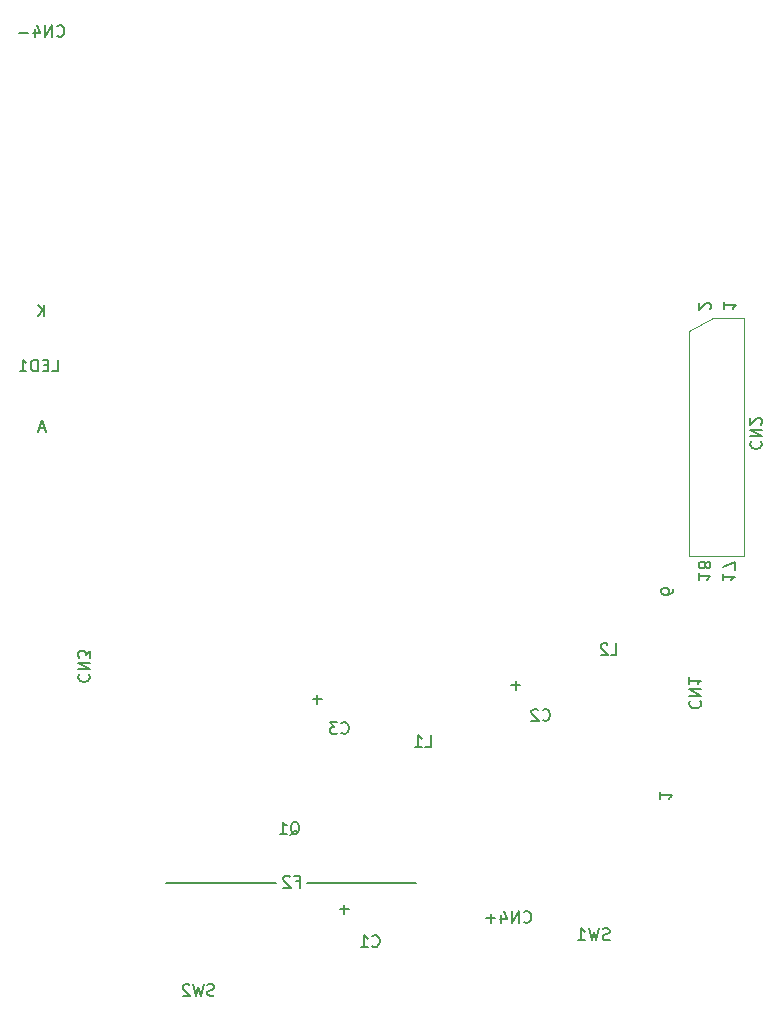
<source format=gbr>
%TF.GenerationSoftware,KiCad,Pcbnew,(6.0.2)*%
%TF.CreationDate,2022-09-23T13:38:23-05:00*%
%TF.ProjectId,IF-GBP-02,49462d47-4250-42d3-9032-2e6b69636164,rev?*%
%TF.SameCoordinates,Original*%
%TF.FileFunction,Legend,Bot*%
%TF.FilePolarity,Positive*%
%FSLAX46Y46*%
G04 Gerber Fmt 4.6, Leading zero omitted, Abs format (unit mm)*
G04 Created by KiCad (PCBNEW (6.0.2)) date 2022-09-23 13:38:23*
%MOMM*%
%LPD*%
G01*
G04 APERTURE LIST*
%ADD10C,0.100000*%
%ADD11C,0.150000*%
G04 APERTURE END LIST*
D10*
X178915000Y-103543000D02*
X178915000Y-84543000D01*
X178915000Y-84543000D02*
X180910000Y-83412000D01*
D11*
X146542000Y-131239000D02*
X155772000Y-131239000D01*
D10*
X183510000Y-103543000D02*
X178915000Y-103543000D01*
X180910000Y-83412000D02*
X183510000Y-83412000D01*
X183510000Y-83412000D02*
X183510000Y-103543000D01*
D11*
X134638000Y-131239000D02*
X143910000Y-131239000D01*
X147801952Y-115706428D02*
X147040047Y-115706428D01*
X147421000Y-116087380D02*
X147421000Y-115325476D01*
X124340095Y-92776666D02*
X123863904Y-92776666D01*
X124435333Y-93062380D02*
X124102000Y-92062380D01*
X123768666Y-93062380D01*
X150077952Y-133474428D02*
X149316047Y-133474428D01*
X149697000Y-133855380D02*
X149697000Y-133093476D01*
X181863619Y-82074285D02*
X181863619Y-82645714D01*
X181863619Y-82360000D02*
X182863619Y-82360000D01*
X182720761Y-82455238D01*
X182625523Y-82550476D01*
X182577904Y-82645714D01*
X125390523Y-59539142D02*
X125438142Y-59586761D01*
X125581000Y-59634380D01*
X125676238Y-59634380D01*
X125819095Y-59586761D01*
X125914333Y-59491523D01*
X125961952Y-59396285D01*
X126009571Y-59205809D01*
X126009571Y-59062952D01*
X125961952Y-58872476D01*
X125914333Y-58777238D01*
X125819095Y-58682000D01*
X125676238Y-58634380D01*
X125581000Y-58634380D01*
X125438142Y-58682000D01*
X125390523Y-58729619D01*
X124961952Y-59634380D02*
X124961952Y-58634380D01*
X124390523Y-59634380D01*
X124390523Y-58634380D01*
X123485761Y-58967714D02*
X123485761Y-59634380D01*
X123723857Y-58586761D02*
X123961952Y-59301047D01*
X123342904Y-59301047D01*
X122961952Y-59253428D02*
X122200047Y-59253428D01*
X181761619Y-105070476D02*
X181761619Y-105641904D01*
X181761619Y-105356190D02*
X182761619Y-105356190D01*
X182618761Y-105451428D01*
X182523523Y-105546666D01*
X182475904Y-105641904D01*
X182761619Y-104737142D02*
X182761619Y-104070476D01*
X181761619Y-104499047D01*
X124300904Y-83288380D02*
X124300904Y-82288380D01*
X123729476Y-83288380D02*
X124158047Y-82716952D01*
X123729476Y-82288380D02*
X124300904Y-82859809D01*
X176469619Y-123566285D02*
X176469619Y-124137714D01*
X176469619Y-123852000D02*
X177469619Y-123852000D01*
X177326761Y-123947238D01*
X177231523Y-124042476D01*
X177183904Y-124137714D01*
X180638380Y-82687714D02*
X180686000Y-82640095D01*
X180733619Y-82544857D01*
X180733619Y-82306761D01*
X180686000Y-82211523D01*
X180638380Y-82163904D01*
X180543142Y-82116285D01*
X180447904Y-82116285D01*
X180305047Y-82163904D01*
X179733619Y-82735333D01*
X179733619Y-82116285D01*
X179700619Y-105014476D02*
X179700619Y-105585904D01*
X179700619Y-105300190D02*
X180700619Y-105300190D01*
X180557761Y-105395428D01*
X180462523Y-105490666D01*
X180414904Y-105585904D01*
X180272047Y-104443047D02*
X180319666Y-104538285D01*
X180367285Y-104585904D01*
X180462523Y-104633523D01*
X180510142Y-104633523D01*
X180605380Y-104585904D01*
X180653000Y-104538285D01*
X180700619Y-104443047D01*
X180700619Y-104252571D01*
X180653000Y-104157333D01*
X180605380Y-104109714D01*
X180510142Y-104062095D01*
X180462523Y-104062095D01*
X180367285Y-104109714D01*
X180319666Y-104157333D01*
X180272047Y-104252571D01*
X180272047Y-104443047D01*
X180224428Y-104538285D01*
X180176809Y-104585904D01*
X180081571Y-104633523D01*
X179891095Y-104633523D01*
X179795857Y-104585904D01*
X179748238Y-104538285D01*
X179700619Y-104443047D01*
X179700619Y-104252571D01*
X179748238Y-104157333D01*
X179795857Y-104109714D01*
X179891095Y-104062095D01*
X180081571Y-104062095D01*
X180176809Y-104109714D01*
X180224428Y-104157333D01*
X180272047Y-104252571D01*
X164608952Y-114507428D02*
X163847047Y-114507428D01*
X164228000Y-114888380D02*
X164228000Y-114126476D01*
X164896523Y-134544142D02*
X164944142Y-134591761D01*
X165087000Y-134639380D01*
X165182238Y-134639380D01*
X165325095Y-134591761D01*
X165420333Y-134496523D01*
X165467952Y-134401285D01*
X165515571Y-134210809D01*
X165515571Y-134067952D01*
X165467952Y-133877476D01*
X165420333Y-133782238D01*
X165325095Y-133687000D01*
X165182238Y-133639380D01*
X165087000Y-133639380D01*
X164944142Y-133687000D01*
X164896523Y-133734619D01*
X164467952Y-134639380D02*
X164467952Y-133639380D01*
X163896523Y-134639380D01*
X163896523Y-133639380D01*
X162991761Y-133972714D02*
X162991761Y-134639380D01*
X163229857Y-133591761D02*
X163467952Y-134306047D01*
X162848904Y-134306047D01*
X162467952Y-134258428D02*
X161706047Y-134258428D01*
X162087000Y-134639380D02*
X162087000Y-133877476D01*
X177553619Y-106369523D02*
X177553619Y-106560000D01*
X177506000Y-106655238D01*
X177458380Y-106702857D01*
X177315523Y-106798095D01*
X177125047Y-106845714D01*
X176744095Y-106845714D01*
X176648857Y-106798095D01*
X176601238Y-106750476D01*
X176553619Y-106655238D01*
X176553619Y-106464761D01*
X176601238Y-106369523D01*
X176648857Y-106321904D01*
X176744095Y-106274285D01*
X176982190Y-106274285D01*
X177077428Y-106321904D01*
X177125047Y-106369523D01*
X177172666Y-106464761D01*
X177172666Y-106655238D01*
X177125047Y-106750476D01*
X177077428Y-106798095D01*
X176982190Y-106845714D01*
%TO.C,L1*%
X156548666Y-119763380D02*
X157024857Y-119763380D01*
X157024857Y-118763380D01*
X155691523Y-119763380D02*
X156262952Y-119763380D01*
X155977238Y-119763380D02*
X155977238Y-118763380D01*
X156072476Y-118906238D01*
X156167714Y-119001476D01*
X156262952Y-119049095D01*
%TO.C,SW2*%
X138686333Y-140762761D02*
X138543476Y-140810380D01*
X138305380Y-140810380D01*
X138210142Y-140762761D01*
X138162523Y-140715142D01*
X138114904Y-140619904D01*
X138114904Y-140524666D01*
X138162523Y-140429428D01*
X138210142Y-140381809D01*
X138305380Y-140334190D01*
X138495857Y-140286571D01*
X138591095Y-140238952D01*
X138638714Y-140191333D01*
X138686333Y-140096095D01*
X138686333Y-140000857D01*
X138638714Y-139905619D01*
X138591095Y-139858000D01*
X138495857Y-139810380D01*
X138257761Y-139810380D01*
X138114904Y-139858000D01*
X137781571Y-139810380D02*
X137543476Y-140810380D01*
X137353000Y-140096095D01*
X137162523Y-140810380D01*
X136924428Y-139810380D01*
X136591095Y-139905619D02*
X136543476Y-139858000D01*
X136448238Y-139810380D01*
X136210142Y-139810380D01*
X136114904Y-139858000D01*
X136067285Y-139905619D01*
X136019666Y-140000857D01*
X136019666Y-140096095D01*
X136067285Y-140238952D01*
X136638714Y-140810380D01*
X136019666Y-140810380D01*
%TO.C,F2*%
X145580333Y-131125571D02*
X145913666Y-131125571D01*
X145913666Y-131649380D02*
X145913666Y-130649380D01*
X145437476Y-130649380D01*
X145104142Y-130744619D02*
X145056523Y-130697000D01*
X144961285Y-130649380D01*
X144723190Y-130649380D01*
X144627952Y-130697000D01*
X144580333Y-130744619D01*
X144532714Y-130839857D01*
X144532714Y-130935095D01*
X144580333Y-131077952D01*
X145151761Y-131649380D01*
X144532714Y-131649380D01*
%TO.C,C2*%
X166492666Y-117438142D02*
X166540285Y-117485761D01*
X166683142Y-117533380D01*
X166778380Y-117533380D01*
X166921238Y-117485761D01*
X167016476Y-117390523D01*
X167064095Y-117295285D01*
X167111714Y-117104809D01*
X167111714Y-116961952D01*
X167064095Y-116771476D01*
X167016476Y-116676238D01*
X166921238Y-116581000D01*
X166778380Y-116533380D01*
X166683142Y-116533380D01*
X166540285Y-116581000D01*
X166492666Y-116628619D01*
X166111714Y-116628619D02*
X166064095Y-116581000D01*
X165968857Y-116533380D01*
X165730761Y-116533380D01*
X165635523Y-116581000D01*
X165587904Y-116628619D01*
X165540285Y-116723857D01*
X165540285Y-116819095D01*
X165587904Y-116961952D01*
X166159333Y-117533380D01*
X165540285Y-117533380D01*
%TO.C,CN1*%
X179006857Y-115835476D02*
X178959238Y-115883095D01*
X178911619Y-116025952D01*
X178911619Y-116121190D01*
X178959238Y-116264047D01*
X179054476Y-116359285D01*
X179149714Y-116406904D01*
X179340190Y-116454523D01*
X179483047Y-116454523D01*
X179673523Y-116406904D01*
X179768761Y-116359285D01*
X179864000Y-116264047D01*
X179911619Y-116121190D01*
X179911619Y-116025952D01*
X179864000Y-115883095D01*
X179816380Y-115835476D01*
X178911619Y-115406904D02*
X179911619Y-115406904D01*
X178911619Y-114835476D01*
X179911619Y-114835476D01*
X178911619Y-113835476D02*
X178911619Y-114406904D01*
X178911619Y-114121190D02*
X179911619Y-114121190D01*
X179768761Y-114216428D01*
X179673523Y-114311666D01*
X179625904Y-114406904D01*
%TO.C,Q1*%
X145143238Y-127182619D02*
X145238476Y-127135000D01*
X145333714Y-127039761D01*
X145476571Y-126896904D01*
X145571809Y-126849285D01*
X145667047Y-126849285D01*
X145619428Y-127087380D02*
X145714666Y-127039761D01*
X145809904Y-126944523D01*
X145857523Y-126754047D01*
X145857523Y-126420714D01*
X145809904Y-126230238D01*
X145714666Y-126135000D01*
X145619428Y-126087380D01*
X145428952Y-126087380D01*
X145333714Y-126135000D01*
X145238476Y-126230238D01*
X145190857Y-126420714D01*
X145190857Y-126754047D01*
X145238476Y-126944523D01*
X145333714Y-127039761D01*
X145428952Y-127087380D01*
X145619428Y-127087380D01*
X144238476Y-127087380D02*
X144809904Y-127087380D01*
X144524190Y-127087380D02*
X144524190Y-126087380D01*
X144619428Y-126230238D01*
X144714666Y-126325476D01*
X144809904Y-126373095D01*
%TO.C,C3*%
X149448666Y-118540142D02*
X149496285Y-118587761D01*
X149639142Y-118635380D01*
X149734380Y-118635380D01*
X149877238Y-118587761D01*
X149972476Y-118492523D01*
X150020095Y-118397285D01*
X150067714Y-118206809D01*
X150067714Y-118063952D01*
X150020095Y-117873476D01*
X149972476Y-117778238D01*
X149877238Y-117683000D01*
X149734380Y-117635380D01*
X149639142Y-117635380D01*
X149496285Y-117683000D01*
X149448666Y-117730619D01*
X149115333Y-117635380D02*
X148496285Y-117635380D01*
X148829619Y-118016333D01*
X148686761Y-118016333D01*
X148591523Y-118063952D01*
X148543904Y-118111571D01*
X148496285Y-118206809D01*
X148496285Y-118444904D01*
X148543904Y-118540142D01*
X148591523Y-118587761D01*
X148686761Y-118635380D01*
X148972476Y-118635380D01*
X149067714Y-118587761D01*
X149115333Y-118540142D01*
%TO.C,SW1*%
X172158333Y-136047761D02*
X172015476Y-136095380D01*
X171777380Y-136095380D01*
X171682142Y-136047761D01*
X171634523Y-136000142D01*
X171586904Y-135904904D01*
X171586904Y-135809666D01*
X171634523Y-135714428D01*
X171682142Y-135666809D01*
X171777380Y-135619190D01*
X171967857Y-135571571D01*
X172063095Y-135523952D01*
X172110714Y-135476333D01*
X172158333Y-135381095D01*
X172158333Y-135285857D01*
X172110714Y-135190619D01*
X172063095Y-135143000D01*
X171967857Y-135095380D01*
X171729761Y-135095380D01*
X171586904Y-135143000D01*
X171253571Y-135095380D02*
X171015476Y-136095380D01*
X170825000Y-135381095D01*
X170634523Y-136095380D01*
X170396428Y-135095380D01*
X169491666Y-136095380D02*
X170063095Y-136095380D01*
X169777380Y-136095380D02*
X169777380Y-135095380D01*
X169872619Y-135238238D01*
X169967857Y-135333476D01*
X170063095Y-135381095D01*
%TO.C,L2*%
X172264666Y-111973380D02*
X172740857Y-111973380D01*
X172740857Y-110973380D01*
X171978952Y-111068619D02*
X171931333Y-111021000D01*
X171836095Y-110973380D01*
X171598000Y-110973380D01*
X171502761Y-111021000D01*
X171455142Y-111068619D01*
X171407523Y-111163857D01*
X171407523Y-111259095D01*
X171455142Y-111401952D01*
X172026571Y-111973380D01*
X171407523Y-111973380D01*
%TO.C,LED1*%
X124967047Y-87948380D02*
X125443238Y-87948380D01*
X125443238Y-86948380D01*
X124633714Y-87424571D02*
X124300380Y-87424571D01*
X124157523Y-87948380D02*
X124633714Y-87948380D01*
X124633714Y-86948380D01*
X124157523Y-86948380D01*
X123728952Y-87948380D02*
X123728952Y-86948380D01*
X123490857Y-86948380D01*
X123348000Y-86996000D01*
X123252761Y-87091238D01*
X123205142Y-87186476D01*
X123157523Y-87376952D01*
X123157523Y-87519809D01*
X123205142Y-87710285D01*
X123252761Y-87805523D01*
X123348000Y-87900761D01*
X123490857Y-87948380D01*
X123728952Y-87948380D01*
X122205142Y-87948380D02*
X122776571Y-87948380D01*
X122490857Y-87948380D02*
X122490857Y-86948380D01*
X122586095Y-87091238D01*
X122681333Y-87186476D01*
X122776571Y-87234095D01*
%TO.C,C1*%
X152071666Y-136594142D02*
X152119285Y-136641761D01*
X152262142Y-136689380D01*
X152357380Y-136689380D01*
X152500238Y-136641761D01*
X152595476Y-136546523D01*
X152643095Y-136451285D01*
X152690714Y-136260809D01*
X152690714Y-136117952D01*
X152643095Y-135927476D01*
X152595476Y-135832238D01*
X152500238Y-135737000D01*
X152357380Y-135689380D01*
X152262142Y-135689380D01*
X152119285Y-135737000D01*
X152071666Y-135784619D01*
X151119285Y-136689380D02*
X151690714Y-136689380D01*
X151405000Y-136689380D02*
X151405000Y-135689380D01*
X151500238Y-135832238D01*
X151595476Y-135927476D01*
X151690714Y-135975095D01*
%TO.C,CN2*%
X184154857Y-93875476D02*
X184107238Y-93923095D01*
X184059619Y-94065952D01*
X184059619Y-94161190D01*
X184107238Y-94304047D01*
X184202476Y-94399285D01*
X184297714Y-94446904D01*
X184488190Y-94494523D01*
X184631047Y-94494523D01*
X184821523Y-94446904D01*
X184916761Y-94399285D01*
X185012000Y-94304047D01*
X185059619Y-94161190D01*
X185059619Y-94065952D01*
X185012000Y-93923095D01*
X184964380Y-93875476D01*
X184059619Y-93446904D02*
X185059619Y-93446904D01*
X184059619Y-92875476D01*
X185059619Y-92875476D01*
X184964380Y-92446904D02*
X185012000Y-92399285D01*
X185059619Y-92304047D01*
X185059619Y-92065952D01*
X185012000Y-91970714D01*
X184964380Y-91923095D01*
X184869142Y-91875476D01*
X184773904Y-91875476D01*
X184631047Y-91923095D01*
X184059619Y-92494523D01*
X184059619Y-91875476D01*
%TO.C,CN3*%
X127264857Y-113593476D02*
X127217238Y-113641095D01*
X127169619Y-113783952D01*
X127169619Y-113879190D01*
X127217238Y-114022047D01*
X127312476Y-114117285D01*
X127407714Y-114164904D01*
X127598190Y-114212523D01*
X127741047Y-114212523D01*
X127931523Y-114164904D01*
X128026761Y-114117285D01*
X128122000Y-114022047D01*
X128169619Y-113879190D01*
X128169619Y-113783952D01*
X128122000Y-113641095D01*
X128074380Y-113593476D01*
X127169619Y-113164904D02*
X128169619Y-113164904D01*
X127169619Y-112593476D01*
X128169619Y-112593476D01*
X128169619Y-112212523D02*
X128169619Y-111593476D01*
X127788666Y-111926809D01*
X127788666Y-111783952D01*
X127741047Y-111688714D01*
X127693428Y-111641095D01*
X127598190Y-111593476D01*
X127360095Y-111593476D01*
X127264857Y-111641095D01*
X127217238Y-111688714D01*
X127169619Y-111783952D01*
X127169619Y-112069666D01*
X127217238Y-112164904D01*
X127264857Y-112212523D01*
%TD*%
M02*

</source>
